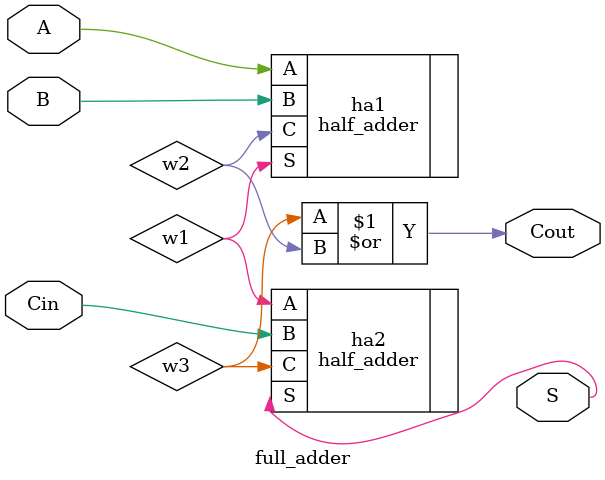
<source format=v>
`timescale 1ns / 1ps


module full_adder(A, B, Cin, Cout, S);
    input A, B, Cin; 
    output Cout, S; 
    
    wire w1; 
    wire w2; 
    wire w3; 
    
    //half_adder G1(A, B, w1, w2);
    //half_adder G2(S, Cin, w1, w3);
    
    half_adder ha1(.A(A), .B(B), .S(w1), .C(w2)); 
    half_adder ha2(.A(w1), .B(Cin), .S(S), .C(w3)); 
    or G3(Cout, w3, w2);  
endmodule

</source>
